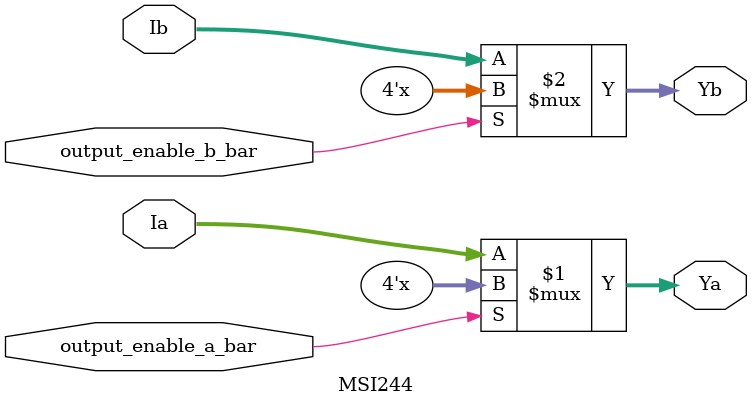
<source format=v>
module MSI244 (output_enable_a_bar, output_enable_b_bar, Ia, Ib, Ya, Yb);

input	output_enable_a_bar, output_enable_b_bar;
input	[3:0] Ia, Ib;
output	[3:0] Ya, Yb;

assign Ya = (output_enable_a_bar) ? 4'bzzzz : Ia;
assign Yb = (output_enable_b_bar) ? 4'bzzzz : Ib;

endmodule
</source>
